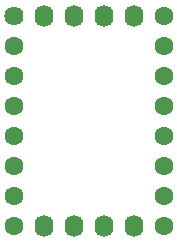
<source format=gts>
G04 Layer: TopSolderMaskLayer*
G04 EasyEDA Pro v1.9.29, 2023-03-16 20:55:29*
G04 Gerber Generator version 0.3*
G04 Scale: 100 percent, Rotated: No, Reflected: No*
G04 Dimensions in millimeters*
G04 Leading zeros omitted, absolute positions, 3 integers and 3 decimals*
%FSLAX33Y33*%
%MOMM*%
%AMOval*1,1,$1,$2,$3*1,1,$1,$4,$5*20,1,$1,$2,$3,$4,$5,0*%
%ADD10C,1.6016*%
%ADD11C,1.6256*%
%ADD12Oval,1.6016X0.0X-0.125X0.0X0.125*%
G75*


G04 Pad Start*
G54D10*
G01X13970Y13970D03*
G01X13970Y16510D03*
G01X13970Y19050D03*
G01X13970Y11430D03*
G01X13970Y8890D03*
G01X13970Y6350D03*
G01X13970Y3810D03*
G01X13970Y1270D03*
G01X1270Y1270D03*
G01X1270Y3810D03*
G01X1270Y6350D03*
G01X1270Y8890D03*
G01X1270Y11430D03*
G01X1270Y13970D03*
G01X1270Y16510D03*
G54D11*
G01X1270Y19050D03*
G54D12*
G01X11430Y19050D03*
G01X8890Y19050D03*
G01X6350Y19050D03*
G01X3810Y19050D03*
G01X11430Y1270D03*
G01X8890Y1270D03*
G01X6350Y1270D03*
G01X3810Y1270D03*
G04 Pad End*

M02*

</source>
